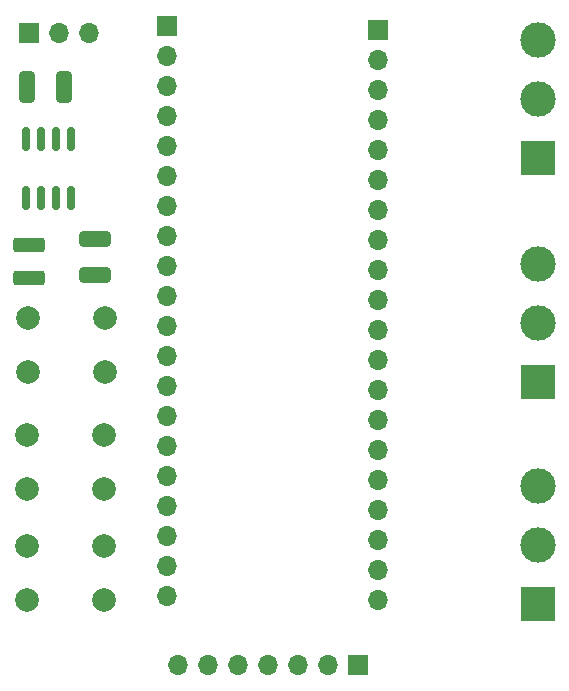
<source format=gts>
G04 #@! TF.GenerationSoftware,KiCad,Pcbnew,7.0.6*
G04 #@! TF.CreationDate,2024-04-12T16:48:44+03:00*
G04 #@! TF.ProjectId,ecu-emulator,6563752d-656d-4756-9c61-746f722e6b69,rev?*
G04 #@! TF.SameCoordinates,Original*
G04 #@! TF.FileFunction,Soldermask,Top*
G04 #@! TF.FilePolarity,Negative*
%FSLAX46Y46*%
G04 Gerber Fmt 4.6, Leading zero omitted, Abs format (unit mm)*
G04 Created by KiCad (PCBNEW 7.0.6) date 2024-04-12 16:48:44*
%MOMM*%
%LPD*%
G01*
G04 APERTURE LIST*
G04 Aperture macros list*
%AMRoundRect*
0 Rectangle with rounded corners*
0 $1 Rounding radius*
0 $2 $3 $4 $5 $6 $7 $8 $9 X,Y pos of 4 corners*
0 Add a 4 corners polygon primitive as box body*
4,1,4,$2,$3,$4,$5,$6,$7,$8,$9,$2,$3,0*
0 Add four circle primitives for the rounded corners*
1,1,$1+$1,$2,$3*
1,1,$1+$1,$4,$5*
1,1,$1+$1,$6,$7*
1,1,$1+$1,$8,$9*
0 Add four rect primitives between the rounded corners*
20,1,$1+$1,$2,$3,$4,$5,0*
20,1,$1+$1,$4,$5,$6,$7,0*
20,1,$1+$1,$6,$7,$8,$9,0*
20,1,$1+$1,$8,$9,$2,$3,0*%
G04 Aperture macros list end*
%ADD10RoundRect,0.150000X0.150000X-0.825000X0.150000X0.825000X-0.150000X0.825000X-0.150000X-0.825000X0*%
%ADD11RoundRect,0.250000X-0.400000X-1.075000X0.400000X-1.075000X0.400000X1.075000X-0.400000X1.075000X0*%
%ADD12R,3.000000X3.000000*%
%ADD13C,3.000000*%
%ADD14C,2.000000*%
%ADD15RoundRect,0.250000X1.075000X-0.375000X1.075000X0.375000X-1.075000X0.375000X-1.075000X-0.375000X0*%
%ADD16R,1.700000X1.700000*%
%ADD17O,1.700000X1.700000*%
%ADD18RoundRect,0.250000X-1.075000X0.400000X-1.075000X-0.400000X1.075000X-0.400000X1.075000X0.400000X0*%
G04 APERTURE END LIST*
D10*
X111095000Y-67475000D03*
X112365000Y-67475000D03*
X113635000Y-67475000D03*
X114905000Y-67475000D03*
X114905000Y-62525000D03*
X113635000Y-62525000D03*
X112365000Y-62525000D03*
X111095000Y-62525000D03*
D11*
X111200000Y-58100000D03*
X114300000Y-58100000D03*
D12*
X154450000Y-101900000D03*
D13*
X154450000Y-96900000D03*
X154450000Y-91900000D03*
D14*
X111150000Y-97000000D03*
X117650000Y-97000000D03*
X111150000Y-101500000D03*
X117650000Y-101500000D03*
X111250000Y-77700000D03*
X117750000Y-77700000D03*
X111250000Y-82200000D03*
X117750000Y-82200000D03*
D15*
X111350000Y-74250000D03*
X111350000Y-71450000D03*
D12*
X154400000Y-64150000D03*
D13*
X154400000Y-59150000D03*
X154400000Y-54150000D03*
D16*
X139160000Y-107000000D03*
D17*
X136620000Y-107000000D03*
X134080000Y-107000000D03*
X131540000Y-107000000D03*
X129000000Y-107000000D03*
X126460000Y-107000000D03*
X123920000Y-107000000D03*
D12*
X154450000Y-83100000D03*
D13*
X154450000Y-78100000D03*
X154450000Y-73100000D03*
D16*
X123000000Y-52980000D03*
D17*
X123000000Y-55520000D03*
X123000000Y-58060000D03*
X123000000Y-60600000D03*
X123000000Y-63140000D03*
X123000000Y-65680000D03*
X123000000Y-68220000D03*
X123000000Y-70760000D03*
X123000000Y-73300000D03*
X123000000Y-75840000D03*
X123000000Y-78380000D03*
X123000000Y-80920000D03*
X123000000Y-83460000D03*
X123000000Y-86000000D03*
X123000000Y-88540000D03*
X123000000Y-91080000D03*
X123000000Y-93620000D03*
X123000000Y-96160000D03*
X123000000Y-98700000D03*
X123000000Y-101240000D03*
D18*
X116950000Y-70950000D03*
X116950000Y-74050000D03*
D16*
X140900000Y-53280000D03*
D17*
X140900000Y-55820000D03*
X140900000Y-58360000D03*
X140900000Y-60900000D03*
X140900000Y-63440000D03*
X140900000Y-65980000D03*
X140900000Y-68520000D03*
X140900000Y-71060000D03*
X140900000Y-73600000D03*
X140900000Y-76140000D03*
X140900000Y-78680000D03*
X140900000Y-81220000D03*
X140900000Y-83760000D03*
X140900000Y-86300000D03*
X140900000Y-88840000D03*
X140900000Y-91380000D03*
X140900000Y-93920000D03*
X140900000Y-96460000D03*
X140900000Y-99000000D03*
X140900000Y-101540000D03*
D16*
X111360000Y-53500000D03*
D17*
X113900000Y-53500000D03*
X116440000Y-53500000D03*
D14*
X111200000Y-87600000D03*
X117700000Y-87600000D03*
X111200000Y-92100000D03*
X117700000Y-92100000D03*
M02*

</source>
